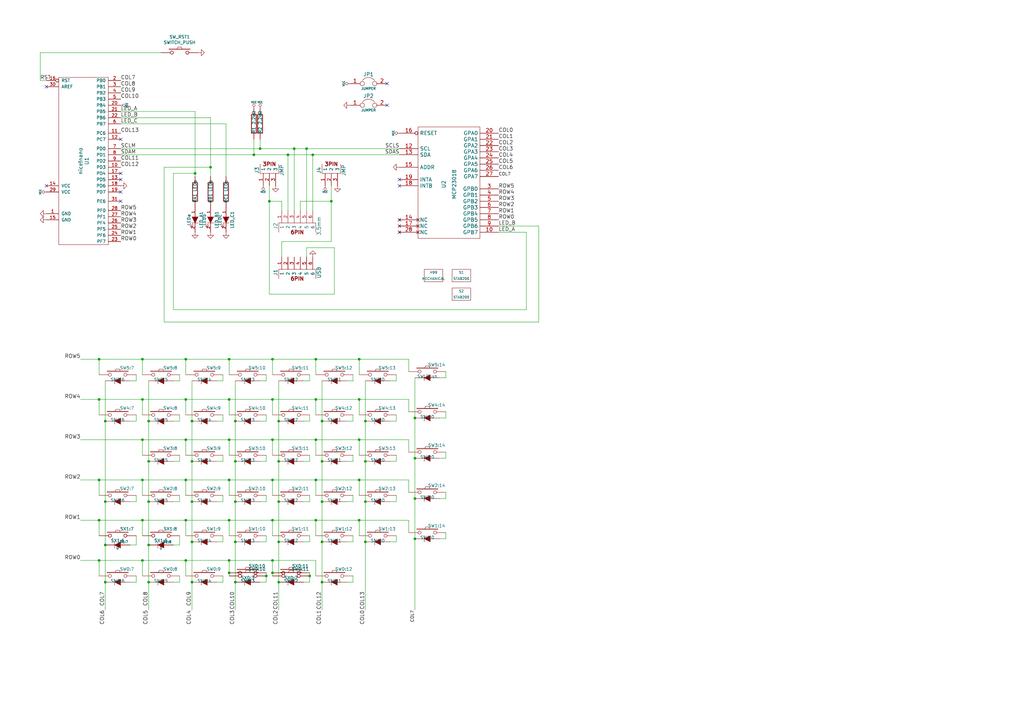
<source format=kicad_sch>
(kicad_sch (version 20211123) (generator eeschema)
  (paper "A3")
  (title_block (date "29 sep 2012"))
  (lib_symbols
    (symbol "component:3PIN" (pin_names (offset 1.016))
      (property "Reference" "J" (at -1.27 5.08 0))
      (property "Value" "3PIN" (at -1.27 -5.08 0))
      (symbol "3PIN_0_0"
        (text "3PIN" (at -3.81 0 900) (effects (font (size 1.524 1.524) bold)))
      )
      (symbol "3PIN_0_1"
        (polyline (pts (xy -3.81 3.81) (xy 0 3.81) (xy 0 -3.81) (xy -3.81 -3.81)))
      )
      (symbol "3PIN_1_1"
        (pin input line (at 5.08 2.54 180) (length 5.08) (name "1") (number "1"))
        (pin power_in line (at 5.08 0 180) (length 5.08) (name "2") (number "2"))
        (pin output line (at 5.08 -2.54 180) (length 5.08) (name "3") (number "3"))
      )
    )
    (symbol "component:6PIN" (pin_names (offset 1.016))
      (property "Reference" "J" (at -1.27 8.89 0))
      (property "Value" "6PIN" (at -1.27 -8.89 0))
      (symbol "6PIN_0_0"
        (polyline (pts (xy -3.81 7.62) (xy 0 7.62) (xy 0 -7.62) (xy -3.81 -7.62)))
        (text "6PIN" (at -3.81 0 900) (effects (font (size 1.524 1.524) bold)))
      )
      (symbol "6PIN_1_1"
        (pin input line (at 5.08 6.35 180) (length 5.08) (name "1") (number "1"))
        (pin power_in line (at 5.08 3.81 180) (length 5.08) (name "2") (number "2"))
        (pin output line (at 5.08 1.27 180) (length 5.08) (name "3") (number "3"))
        (pin power_in line (at 5.08 -1.27 180) (length 5.08) (name "4") (number "4"))
        (pin input line (at 5.08 -3.81 180) (length 5.08) (name "5") (number "5"))
        (pin input line (at 5.08 -6.35 180) (length 5.08) (name "6") (number "6"))
      )
    )
    (symbol "component:ANYTHING" (pin_numbers hide) (pin_names (offset 1.016) hide)
      (property "Reference" "ANY" (at 0 1.27 0))
      (property "Value" "ANYTHING" (at 0 -1.27 0))
      (symbol "ANYTHING_0_1"
        (rectangle (start -3.81 2.54) (end 3.81 -2.54))
      )
      (symbol "ANYTHING_1_1"
        (pin power_in line (at 0 0 90) (length 0) hide (name "GND") (number "0"))
      )
    )
    (symbol "component:DIODE" (pin_numbers hide) (pin_names (offset 1.016) hide)
      (property "Reference" "D" (at -2.54 -1.27 0))
      (property "Value" "DIODE" (at 0 1.27 0))
      (symbol "DIODE_0_1"
        (polyline (pts (xy 1.27 1.27) (xy 1.27 -1.27)) (stroke (width 0.1524)))
        (polyline (pts (xy -1.27 1.27) (xy 1.27 0) (xy -1.27 -1.27)) (fill (type outline)))
      )
      (symbol "DIODE_1_1"
        (pin passive line (at -5.08 0 0) (length 3.81) (name "A") (number "1"))
        (pin passive line (at 5.08 0 180) (length 3.81) (name "K") (number "2"))
      )
    )
    (symbol "component:GND" (power) (pin_names (offset 0))
      (symbol "GND_0_1"
        (polyline (pts (xy 0 0) (xy 0 1.27) (xy 0 1.27)))
        (polyline (pts (xy -1.27 0) (xy 0 -1.27) (xy 1.27 0) (xy -1.27 0)))
      )
      (symbol "GND_1_1"
        (pin power_in line (at 0 1.27 270) (length 0) hide (name "GND") (number "1"))
      )
    )
    (symbol "component:JUMPER" (pin_names (offset 0.762) hide)
      (property "Reference" "JP" (at 0 3.81 0))
      (property "Value" "JUMPER" (at 0 -2.032 0))
      (symbol "JUMPER_0_1"
        (circle (center -2.54 0) (radius 0.889))
        (arc (start 2.5146 1.27) (mid 0.0078 2.5097) (end -2.4892 1.27))
        (circle (center 2.54 0) (radius 0.889))
        (pin passive line (at -7.62 0 0) (length 4.191) (name "1") (number "1"))
        (pin passive line (at 7.62 0 180) (length 4.191) (name "2") (number "2"))
      )
    )
    (symbol "component:LED" (pin_names (offset 1.016) hide)
      (property "Reference" "D" (at 0 2.54 0))
      (property "Value" "LED" (at 0 -2.54 0))
      (symbol "LED_0_1"
        (polyline (pts (xy 1.27 1.27) (xy 1.27 -1.27)))
        (polyline (pts (xy -1.27 1.27) (xy 1.27 0) (xy -1.27 -1.27)) (fill (type outline)))
        (polyline (pts (xy 1.651 -1.016) (xy 2.794 -2.032) (xy 2.667 -1.397)))
        (polyline (pts (xy 2.032 -0.635) (xy 3.175 -1.651) (xy 3.048 -1.016)))
      )
      (symbol "LED_1_1"
        (pin passive line (at -5.08 0 0) (length 3.81) (name "A") (number "1"))
        (pin passive line (at 5.08 0 180) (length 3.81) (name "K") (number "2"))
      )
    )
    (symbol "component:MCP23018" (pin_names (offset 0.762))
      (property "Reference" "U" (at -1.27 -0.635 90))
      (property "Value" "MCP23018" (at 1.27 -0.635 90))
      (symbol "MCP23018_0_1"
        (rectangle (start -12.7 22.86) (end 12.7 -22.86))
      )
      (symbol "MCP23018_1_1"
        (pin power_in line (at 0 -22.86 90) (length 0) hide (name "GND") (number "1"))
        (pin input line (at 20.32 -20.32 180) (length 7.62) (name "GPB7") (number "10"))
        (pin power_in line (at 0 22.86 270) (length 0) hide (name "VCC") (number "11"))
        (pin input line (at -20.32 13.97 0) (length 7.62) (name "SCL") (number "12"))
        (pin input line (at -20.32 11.43 0) (length 7.62) (name "SDA") (number "13"))
        (pin no_connect non_logic (at -20.32 -15.24 0) (length 7.62) (name "NC") (number "14"))
        (pin output line (at -20.32 6.35 0) (length 7.62) (name "ADDR") (number "15"))
        (pin input inverted (at -20.32 20.32 0) (length 7.62) (name "RESET") (number "16"))
        (pin no_connect non_logic (at -20.32 -17.78 0) (length 7.62) (name "NC") (number "17"))
        (pin input line (at -20.32 -1.27 0) (length 7.62) (name "INTB") (number "18"))
        (pin input line (at -20.32 1.27 0) (length 7.62) (name "INTA") (number "19"))
        (pin input line (at 20.32 20.32 180) (length 7.62) (name "GPA0") (number "20"))
        (pin input line (at 20.32 17.78 180) (length 7.62) (name "GPA1") (number "21"))
        (pin input line (at 20.32 15.24 180) (length 7.62) (name "GPA2") (number "22"))
        (pin input line (at 20.32 12.7 180) (length 7.62) (name "GPA3") (number "23"))
        (pin input line (at 20.32 10.16 180) (length 7.62) (name "GPA4") (number "24"))
        (pin input line (at 20.32 7.62 180) (length 7.62) (name "GPA5") (number "25"))
        (pin input line (at 20.32 5.08 180) (length 7.62) (name "GPA6") (number "26"))
        (pin input line (at 20.32 2.54 180) (length 7.62) (name "GPA7") (number "27"))
        (pin no_connect non_logic (at -20.32 -20.32 0) (length 7.62) (name "NC") (number "28"))
        (pin output line (at 20.32 -2.54 180) (length 7.62) (name "GPB0") (number "3"))
        (pin output line (at 20.32 -5.08 180) (length 7.62) (name "GPB1") (number "4"))
        (pin output line (at 20.32 -7.62 180) (length 7.62) (name "GPB2") (number "5"))
        (pin output line (at 20.32 -10.16 180) (length 7.62) (name "GPB3") (number "6"))
        (pin output line (at 20.32 -12.7 180) (length 7.62) (name "GPB4") (number "7"))
        (pin output line (at 20.32 -15.24 180) (length 7.62) (name "GPB5") (number "8"))
        (pin output line (at 20.32 -17.78 180) (length 7.62) (name "GPB6") (number "9"))
      )
    )
    (symbol "component:RESISTOR" (pin_numbers hide) (pin_names (offset 0))
      (property "Reference" "R" (at 0 -2.54 90))
      (property "Value" "RESISTOR" (at 0 2.54 90))
      (symbol "RESISTOR_0_1"
        (rectangle (start -1.016 3.81) (end 1.016 -3.81) (stroke (width 0.3048)))
      )
      (symbol "RESISTOR_1_1"
        (pin passive line (at 0 6.35 270) (length 2.54) (name "~") (number "1"))
        (pin passive line (at 0 -6.35 90) (length 2.54) (name "~") (number "2"))
      )
    )
    (symbol "component:SWITCH_DIODE" (pin_numbers hide) (pin_names (offset 1.016) hide)
      (property "Reference" "SW" (at 3.81 2.794 0))
      (property "Value" "SWITCH_DIODE" (at 0 -2.032 0))
      (symbol "SWITCH_DIODE_0_1"
        (rectangle (start -4.318 1.27) (end 4.318 1.524))
        (polyline (pts (xy -1.27 -1.27) (xy -1.27 -3.81)))
        (polyline (pts (xy 1.27 -1.27) (xy -1.27 -2.54) (xy 1.27 -3.81)) (fill (type outline)))
        (polyline (pts (xy -1.016 1.524) (xy -0.762 2.286) (xy 0.762 2.286) (xy 1.016 1.524)))
        (pin passive inverted (at -7.62 0 0) (length 5.08) (name "1") (number "1"))
        (pin passive inverted (at 7.62 0 180) (length 5.08) (name "2") (number "2"))
      )
      (symbol "SWITCH_DIODE_1_1"
        (pin power_in line (at 0 0 90) (length 0) hide (name "GND") (number "0"))
        (pin passive line (at 5.08 -2.54 180) (length 3.81) (name "A") (number "3"))
        (pin passive line (at -5.08 -2.54 0) (length 3.81) (name "K") (number "4"))
      )
    )
    (symbol "component:SWITCH_PUSH" (pin_numbers hide) (pin_names (offset 1.016) hide)
      (property "Reference" "SW" (at 3.81 2.794 0))
      (property "Value" "SWITCH_PUSH" (at 0 -2.032 0))
      (symbol "SWITCH_PUSH_0_1"
        (rectangle (start -4.318 1.27) (end 4.318 1.524))
        (polyline (pts (xy -1.016 1.524) (xy -0.762 2.286) (xy 0.762 2.286) (xy 1.016 1.524)))
        (pin passive inverted (at -7.62 0 0) (length 5.08) (name "1") (number "1"))
        (pin passive inverted (at 7.62 0 180) (length 5.08) (name "2") (number "2"))
      )
      (symbol "SWITCH_PUSH_1_1"
        (pin power_in line (at 0 0 90) (length 0) hide (name "GND") (number "0"))
      )
    )
    (symbol "component:TEENSY2.0" (pin_names (offset 1.016))
      (property "Reference" "U" (at 1.27 0 90))
      (property "Value" "TEENSY2.0" (at -1.27 0 90))
      (symbol "TEENSY2.0_0_1"
        (rectangle (start -10.16 34.29) (end 10.16 -34.29))
      )
      (symbol "TEENSY2.0_1_1"
        (pin power_out line (at -15.24 -21.59 0) (length 5.08) (name "GND") (number "1"))
        (pin bidirectional line (at 15.24 -2.54 180) (length 5.08) (name "PD3") (number "10"))
        (pin bidirectional line (at 15.24 11.43 180) (length 5.08) (name "PC6") (number "11"))
        (pin bidirectional line (at 15.24 8.89 180) (length 5.08) (name "PC7") (number "12"))
        (pin bidirectional line (at 15.24 -7.62 180) (length 5.08) (name "PD5") (number "13"))
        (pin power_out line (at -15.24 -10.16 0) (length 5.08) (name "VCC") (number "14"))
        (pin power_out line (at -15.24 -24.13 0) (length 5.08) (name "GND") (number "15"))
        (pin input inverted (at -15.24 33.02 0) (length 5.08) (name "RST") (number "16"))
        (pin bidirectional line (at 15.24 -5.08 180) (length 5.08) (name "PD4") (number "17"))
        (pin bidirectional line (at 15.24 -10.16 180) (length 5.08) (name "PD6") (number "18"))
        (pin bidirectional line (at 15.24 -12.7 180) (length 5.08) (name "PD7") (number "19"))
        (pin bidirectional line (at 15.24 33.02 180) (length 5.08) (name "PB0") (number "2"))
        (pin bidirectional line (at 15.24 22.86 180) (length 5.08) (name "PB4") (number "20"))
        (pin bidirectional line (at 15.24 20.32 180) (length 5.08) (name "PB5") (number "21"))
        (pin bidirectional line (at 15.24 17.78 180) (length 5.08) (name "PB6") (number "22"))
        (pin bidirectional line (at 15.24 -33.02 180) (length 5.08) (name "PF7") (number "23"))
        (pin bidirectional line (at 15.24 -30.48 180) (length 5.08) (name "PF6") (number "24"))
        (pin bidirectional line (at 15.24 -27.94 180) (length 5.08) (name "PF5") (number "25"))
        (pin bidirectional line (at 15.24 -25.4 180) (length 5.08) (name "PF4") (number "26"))
        (pin bidirectional line (at 15.24 -22.86 180) (length 5.08) (name "PF1") (number "27"))
        (pin bidirectional line (at 15.24 -20.32 180) (length 5.08) (name "PF0") (number "28"))
        (pin power_out line (at -15.24 -12.7 0) (length 5.08) (name "VCC") (number "29"))
        (pin bidirectional line (at 15.24 30.48 180) (length 5.08) (name "PB1") (number "3"))
        (pin input line (at -15.24 30.48 0) (length 5.08) (name "AREF") (number "30"))
        (pin bidirectional line (at 15.24 -16.51 180) (length 5.08) (name "PE6") (number "31"))
        (pin bidirectional line (at 15.24 27.94 180) (length 5.08) (name "PB2") (number "4"))
        (pin bidirectional line (at 15.24 25.4 180) (length 5.08) (name "PB3") (number "5"))
        (pin bidirectional line (at 15.24 15.24 180) (length 5.08) (name "PB7") (number "6"))
        (pin bidirectional line (at 15.24 5.08 180) (length 5.08) (name "PD0") (number "7"))
        (pin bidirectional line (at 15.24 2.54 180) (length 5.08) (name "PD1") (number "8"))
        (pin bidirectional line (at 15.24 0 180) (length 5.08) (name "PD2") (number "9"))
      )
    )
    (symbol "component:VCC" (power) (pin_names (offset 0))
      (property "Value" "VCC" (at 0 2.54 0))
      (symbol "VCC_0_0"
        (pin power_in line (at 0 0 90) (length 0) hide (name "VCC") (number "1"))
      )
      (symbol "VCC_0_1"
        (polyline (pts (xy 0 0) (xy 0 0.762) (xy 0 0.762)))
        (circle (center 0 1.27) (radius 0.508))
      )
    )
  )
  (junction (at 170.18 171.45))
  (junction (at 58.42 213.36))
  (junction (at 129.54 163.83))
  (junction (at 93.98 213.36))
  (junction (at 147.32 180.34))
  (junction (at 96.52 172.72))
  (junction (at 125.73 60.96))
  (junction (at 96.52 189.23))
  (junction (at 132.08 189.23))
  (junction (at 93.98 229.87))
  (junction (at 129.54 180.34))
  (junction (at 60.96 205.74))
  (junction (at 135.89 82.55))
  (junction (at 106.68 60.96))
  (junction (at 149.86 189.23))
  (junction (at 93.98 196.85))
  (junction (at 114.3 189.23))
  (junction (at 58.42 147.32))
  (junction (at 78.74 172.72))
  (junction (at 149.86 172.72))
  (junction (at 58.42 196.85))
  (junction (at 93.98 180.34))
  (junction (at 132.08 205.74))
  (junction (at 132.08 222.25))
  (junction (at 40.64 196.85))
  (junction (at 40.64 163.83))
  (junction (at 96.52 205.74))
  (junction (at 118.11 63.5))
  (junction (at 60.96 172.72))
  (junction (at 147.32 163.83))
  (junction (at 129.54 147.32))
  (junction (at 149.86 222.25))
  (junction (at 114.3 205.74))
  (junction (at 60.96 223.52))
  (junction (at 78.74 222.25))
  (junction (at 80.01 71.12))
  (junction (at 132.08 238.76))
  (junction (at 111.76 163.83))
  (junction (at 40.64 213.36))
  (junction (at 93.98 147.32))
  (junction (at 93.98 234.95))
  (junction (at 78.74 189.23))
  (junction (at 114.3 238.76))
  (junction (at 129.54 196.85))
  (junction (at 111.76 213.36))
  (junction (at 109.22 236.22))
  (junction (at 111.76 180.34))
  (junction (at 96.52 238.76))
  (junction (at 96.52 222.25))
  (junction (at 76.2 147.32))
  (junction (at 43.18 238.76))
  (junction (at 78.74 238.76))
  (junction (at 149.86 205.74))
  (junction (at 170.18 220.98))
  (junction (at 58.42 163.83))
  (junction (at 58.42 229.87))
  (junction (at 111.76 229.87))
  (junction (at 76.2 196.85))
  (junction (at 114.3 172.72))
  (junction (at 114.3 222.25))
  (junction (at 43.18 223.52))
  (junction (at 111.76 234.95))
  (junction (at 129.54 213.36))
  (junction (at 78.74 205.74))
  (junction (at 60.96 238.76))
  (junction (at 127 236.22))
  (junction (at 43.18 172.72))
  (junction (at 111.76 147.32))
  (junction (at 86.36 68.58))
  (junction (at 93.98 163.83))
  (junction (at 76.2 213.36))
  (junction (at 76.2 180.34))
  (junction (at 147.32 147.32))
  (junction (at 170.18 187.96))
  (junction (at 43.18 205.74))
  (junction (at 111.76 196.85))
  (junction (at 147.32 213.36))
  (junction (at 58.42 180.34))
  (junction (at 40.64 147.32))
  (junction (at 40.64 229.87))
  (junction (at 170.18 204.47))
  (junction (at 60.96 189.23))
  (junction (at 120.65 60.96))
  (junction (at 128.27 63.5))
  (junction (at 76.2 229.87))
  (junction (at 104.14 63.5))
  (junction (at 147.32 196.85))
  (junction (at 76.2 163.83))
  (junction (at 132.08 172.72))
  (junction (at 110.49 82.55))
  (no_connect (at 49.53 73.66))
  (no_connect (at 49.53 57.15))
  (no_connect (at 163.83 95.25))
  (no_connect (at 163.83 92.71))
  (no_connect (at 49.53 82.55))
  (no_connect (at 163.83 73.66))
  (no_connect (at 49.53 71.12))
  (no_connect (at 19.05 35.56))
  (no_connect (at 163.83 76.2))
  (no_connect (at 49.53 78.74))
  (no_connect (at 158.75 34.29))
  (no_connect (at 19.05 76.2))
  (no_connect (at 158.75 43.18))
  (no_connect (at 163.83 90.17))
  (wire (pts (xy 67.31 68.58) (xy 86.36 68.58)))
  (wire (pts (xy 129.54 180.34) (xy 147.32 180.34)))
  (wire (pts (xy 120.65 86.36) (xy 120.65 60.96)))
  (wire (pts (xy 114.3 205.74) (xy 114.3 222.25)))
  (wire (pts (xy 160.02 205.74) (xy 162.56 205.74)))
  (wire (pts (xy 147.32 180.34) (xy 147.32 186.69)))
  (wire (pts (xy 60.96 172.72) (xy 60.96 189.23)))
  (wire (pts (xy 93.98 163.83) (xy 93.98 170.18)))
  (wire (pts (xy 76.2 213.36) (xy 93.98 213.36)))
  (wire (pts (xy 180.34 154.94) (xy 182.88 154.94)))
  (wire (pts (xy 111.76 229.87) (xy 111.76 234.95)))
  (wire (pts (xy 73.66 156.21) (xy 73.66 153.67)))
  (wire (pts (xy 92.71 50.8) (xy 92.71 72.39)))
  (wire (pts (xy 111.76 196.85) (xy 129.54 196.85)))
  (wire (pts (xy 53.34 172.72) (xy 55.88 172.72)))
  (wire (pts (xy 71.12 71.12) (xy 80.01 71.12)))
  (wire (pts (xy 149.86 156.21) (xy 149.86 172.72)))
  (wire (pts (xy 114.3 156.21) (xy 114.3 172.72)))
  (wire (pts (xy 76.2 147.32) (xy 93.98 147.32)))
  (wire (pts (xy 33.02 163.83) (xy 40.64 163.83)))
  (wire (pts (xy 76.2 163.83) (xy 76.2 170.18)))
  (wire (pts (xy 71.12 172.72) (xy 73.66 172.72)))
  (wire (pts (xy 111.76 163.83) (xy 111.76 170.18)))
  (wire (pts (xy 73.66 205.74) (xy 73.66 203.2)))
  (wire (pts (xy 129.54 196.85) (xy 147.32 196.85)))
  (wire (pts (xy 93.98 163.83) (xy 111.76 163.83)))
  (wire (pts (xy 73.66 223.52) (xy 71.12 223.52)))
  (wire (pts (xy 93.98 234.95) (xy 93.98 236.22)))
  (wire (pts (xy 118.11 63.5) (xy 118.11 86.36)))
  (wire (pts (xy 109.22 156.21) (xy 109.22 153.67)))
  (wire (pts (xy 124.46 172.72) (xy 127 172.72)))
  (wire (pts (xy 149.86 222.25) (xy 149.86 250.19)))
  (wire (pts (xy 111.76 163.83) (xy 129.54 163.83)))
  (wire (pts (xy 60.96 189.23) (xy 60.96 205.74)))
  (wire (pts (xy 43.18 172.72) (xy 43.18 205.74)))
  (wire (pts (xy 86.36 48.26) (xy 86.36 68.58)))
  (wire (pts (xy 144.78 156.21) (xy 144.78 153.67)))
  (wire (pts (xy 60.96 238.76) (xy 60.96 250.19)))
  (wire (pts (xy 129.54 196.85) (xy 129.54 203.2)))
  (wire (pts (xy 106.68 57.15) (xy 106.68 60.96)))
  (wire (pts (xy 88.9 156.21) (xy 91.44 156.21)))
  (wire (pts (xy 80.01 71.12) (xy 80.01 72.39)))
  (wire (pts (xy 104.14 57.15) (xy 104.14 63.5)))
  (wire (pts (xy 170.18 204.47) (xy 170.18 220.98)))
  (wire (pts (xy 93.98 180.34) (xy 93.98 186.69)))
  (wire (pts (xy 80.01 45.72) (xy 80.01 71.12)))
  (wire (pts (xy 144.78 189.23) (xy 144.78 186.69)))
  (wire (pts (xy 73.66 189.23) (xy 73.66 186.69)))
  (wire (pts (xy 182.88 154.94) (xy 182.88 152.4)))
  (wire (pts (xy 93.98 196.85) (xy 93.98 203.2)))
  (wire (pts (xy 147.32 196.85) (xy 167.64 196.85)))
  (wire (pts (xy 149.86 172.72) (xy 149.86 189.23)))
  (wire (pts (xy 76.2 196.85) (xy 76.2 203.2)))
  (wire (pts (xy 132.08 205.74) (xy 132.08 222.25)))
  (wire (pts (xy 58.42 196.85) (xy 58.42 203.2)))
  (wire (pts (xy 160.02 172.72) (xy 162.56 172.72)))
  (wire (pts (xy 16.51 21.59) (xy 16.51 33.02)))
  (wire (pts (xy 111.76 180.34) (xy 111.76 186.69)))
  (wire (pts (xy 160.02 222.25) (xy 162.56 222.25)))
  (wire (pts (xy 132.08 156.21) (xy 132.08 172.72)))
  (wire (pts (xy 111.76 234.95) (xy 111.76 236.22)))
  (wire (pts (xy 149.86 205.74) (xy 149.86 222.25)))
  (wire (pts (xy 170.18 187.96) (xy 170.18 204.47)))
  (wire (pts (xy 76.2 163.83) (xy 93.98 163.83)))
  (wire (pts (xy 160.02 189.23) (xy 162.56 189.23)))
  (wire (pts (xy 91.44 222.25) (xy 91.44 219.71)))
  (wire (pts (xy 40.64 153.67) (xy 40.64 147.32)))
  (wire (pts (xy 93.98 213.36) (xy 93.98 219.71)))
  (wire (pts (xy 182.88 220.98) (xy 182.88 218.44)))
  (wire (pts (xy 71.12 238.76) (xy 73.66 238.76)))
  (wire (pts (xy 58.42 180.34) (xy 76.2 180.34)))
  (wire (pts (xy 120.65 60.96) (xy 125.73 60.96)))
  (wire (pts (xy 78.74 156.21) (xy 78.74 172.72)))
  (wire (pts (xy 55.88 223.52) (xy 53.34 223.52)))
  (wire (pts (xy 78.74 189.23) (xy 78.74 205.74)))
  (wire (pts (xy 115.57 82.55) (xy 110.49 82.55)))
  (wire (pts (xy 142.24 156.21) (xy 144.78 156.21)))
  (wire (pts (xy 114.3 172.72) (xy 114.3 189.23)))
  (wire (pts (xy 129.54 147.32) (xy 147.32 147.32)))
  (wire (pts (xy 162.56 189.23) (xy 162.56 186.69)))
  (wire (pts (xy 58.42 147.32) (xy 76.2 147.32)))
  (wire (pts (xy 182.88 204.47) (xy 182.88 201.93)))
  (wire (pts (xy 106.68 156.21) (xy 109.22 156.21)))
  (wire (pts (xy 170.18 154.94) (xy 170.18 171.45)))
  (wire (pts (xy 40.64 213.36) (xy 58.42 213.36)))
  (wire (pts (xy 49.53 48.26) (xy 86.36 48.26)))
  (wire (pts (xy 123.19 86.36) (xy 123.19 82.55)))
  (wire (pts (xy 142.24 172.72) (xy 144.78 172.72)))
  (wire (pts (xy 124.46 189.23) (xy 127 189.23)))
  (wire (pts (xy 96.52 189.23) (xy 96.52 205.74)))
  (wire (pts (xy 58.42 163.83) (xy 76.2 163.83)))
  (wire (pts (xy 78.74 222.25) (xy 78.74 238.76)))
  (wire (pts (xy 182.88 171.45) (xy 182.88 168.91)))
  (wire (pts (xy 93.98 147.32) (xy 93.98 153.67)))
  (wire (pts (xy 114.3 222.25) (xy 114.3 238.76)))
  (wire (pts (xy 142.24 189.23) (xy 144.78 189.23)))
  (wire (pts (xy 147.32 213.36) (xy 147.32 219.71)))
  (wire (pts (xy 106.68 205.74) (xy 109.22 205.74)))
  (wire (pts (xy 162.56 205.74) (xy 162.56 203.2)))
  (wire (pts (xy 110.49 82.55) (xy 110.49 120.65)))
  (wire (pts (xy 106.68 222.25) (xy 109.22 222.25)))
  (wire (pts (xy 96.52 222.25) (xy 96.52 238.76)))
  (wire (pts (xy 40.64 170.18) (xy 40.64 163.83)))
  (wire (pts (xy 167.64 213.36) (xy 167.64 218.44)))
  (wire (pts (xy 135.89 82.55) (xy 135.89 99.06)))
  (wire (pts (xy 129.54 213.36) (xy 147.32 213.36)))
  (wire (pts (xy 147.32 213.36) (xy 167.64 213.36)))
  (wire (pts (xy 114.3 189.23) (xy 114.3 205.74)))
  (wire (pts (xy 111.76 196.85) (xy 111.76 203.2)))
  (wire (pts (xy 144.78 172.72) (xy 144.78 170.18)))
  (wire (pts (xy 73.66 172.72) (xy 73.66 170.18)))
  (wire (pts (xy 215.9 127) (xy 71.12 127)))
  (wire (pts (xy 111.76 180.34) (xy 129.54 180.34)))
  (wire (pts (xy 55.88 156.21) (xy 55.88 153.67)))
  (wire (pts (xy 129.54 163.83) (xy 147.32 163.83)))
  (wire (pts (xy 78.74 205.74) (xy 78.74 222.25)))
  (wire (pts (xy 109.22 234.95) (xy 109.22 236.22)))
  (wire (pts (xy 147.32 147.32) (xy 147.32 153.67)))
  (wire (pts (xy 111.76 213.36) (xy 111.76 219.71)))
  (wire (pts (xy 43.18 156.21) (xy 43.18 172.72)))
  (wire (pts (xy 144.78 222.25) (xy 144.78 219.71)))
  (wire (pts (xy 58.42 163.83) (xy 58.42 170.18)))
  (wire (pts (xy 125.73 60.96) (xy 163.83 60.96)))
  (wire (pts (xy 147.32 147.32) (xy 167.64 147.32)))
  (wire (pts (xy 91.44 205.74) (xy 91.44 203.2)))
  (wire (pts (xy 124.46 222.25) (xy 127 222.25)))
  (wire (pts (xy 180.34 187.96) (xy 182.88 187.96)))
  (wire (pts (xy 60.96 205.74) (xy 60.96 223.52)))
  (wire (pts (xy 43.18 223.52) (xy 43.18 238.76)))
  (wire (pts (xy 53.34 205.74) (xy 55.88 205.74)))
  (wire (pts (xy 160.02 156.21) (xy 162.56 156.21)))
  (wire (pts (xy 76.2 229.87) (xy 93.98 229.87)))
  (wire (pts (xy 55.88 238.76) (xy 55.88 236.22)))
  (wire (pts (xy 109.22 205.74) (xy 109.22 203.2)))
  (wire (pts (xy 96.52 205.74) (xy 96.52 222.25)))
  (wire (pts (xy 127 189.23) (xy 127 186.69)))
  (wire (pts (xy 180.34 204.47) (xy 182.88 204.47)))
  (wire (pts (xy 111.76 213.36) (xy 129.54 213.36)))
  (wire (pts (xy 127 222.25) (xy 127 219.71)))
  (wire (pts (xy 93.98 196.85) (xy 111.76 196.85)))
  (wire (pts (xy 109.22 236.22) (xy 109.22 238.76)))
  (wire (pts (xy 88.9 205.74) (xy 91.44 205.74)))
  (wire (pts (xy 78.74 238.76) (xy 78.74 250.19)))
  (wire (pts (xy 110.49 120.65) (xy 137.16 120.65)))
  (wire (pts (xy 132.08 238.76) (xy 132.08 250.19)))
  (wire (pts (xy 71.12 189.23) (xy 73.66 189.23)))
  (wire (pts (xy 129.54 213.36) (xy 129.54 219.71)))
  (wire (pts (xy 109.22 189.23) (xy 109.22 186.69)))
  (wire (pts (xy 110.49 76.2) (xy 110.49 82.55)))
  (wire (pts (xy 40.64 196.85) (xy 58.42 196.85)))
  (wire (pts (xy 40.64 163.83) (xy 58.42 163.83)))
  (wire (pts (xy 132.08 172.72) (xy 132.08 189.23)))
  (wire (pts (xy 115.57 86.36) (xy 115.57 82.55)))
  (wire (pts (xy 53.34 238.76) (xy 55.88 238.76)))
  (wire (pts (xy 71.12 156.21) (xy 73.66 156.21)))
  (wire (pts (xy 142.24 205.74) (xy 144.78 205.74)))
  (wire (pts (xy 127 236.22) (xy 127 238.76)))
  (wire (pts (xy 40.64 219.71) (xy 40.64 213.36)))
  (wire (pts (xy 49.53 50.8) (xy 92.71 50.8)))
  (wire (pts (xy 58.42 180.34) (xy 58.42 186.69)))
  (wire (pts (xy 33.02 147.32) (xy 40.64 147.32)))
  (wire (pts (xy 111.76 147.32) (xy 129.54 147.32)))
  (wire (pts (xy 58.42 229.87) (xy 58.42 236.22)))
  (wire (pts (xy 106.68 60.96) (xy 120.65 60.96)))
  (wire (pts (xy 43.18 205.74) (xy 43.18 223.52)))
  (wire (pts (xy 55.88 219.71) (xy 55.88 223.52)))
  (wire (pts (xy 125.73 101.6) (xy 125.73 105.41)))
  (wire (pts (xy 76.2 180.34) (xy 93.98 180.34)))
  (wire (pts (xy 88.9 222.25) (xy 91.44 222.25)))
  (wire (pts (xy 170.18 220.98) (xy 170.18 250.19)))
  (wire (pts (xy 88.9 172.72) (xy 91.44 172.72)))
  (wire (pts (xy 53.34 156.21) (xy 55.88 156.21)))
  (wire (pts (xy 66.04 21.59) (xy 16.51 21.59)))
  (wire (pts (xy 220.98 92.71) (xy 220.98 132.08)))
  (wire (pts (xy 58.42 196.85) (xy 76.2 196.85)))
  (wire (pts (xy 60.96 156.21) (xy 60.96 172.72)))
  (wire (pts (xy 128.27 63.5) (xy 163.83 63.5)))
  (wire (pts (xy 127 156.21) (xy 127 153.67)))
  (wire (pts (xy 58.42 229.87) (xy 76.2 229.87)))
  (wire (pts (xy 132.08 189.23) (xy 132.08 205.74)))
  (wire (pts (xy 33.02 180.34) (xy 58.42 180.34)))
  (wire (pts (xy 162.56 172.72) (xy 162.56 170.18)))
  (wire (pts (xy 49.53 45.72) (xy 80.01 45.72)))
  (wire (pts (xy 127 234.95) (xy 127 236.22)))
  (wire (pts (xy 137.16 101.6) (xy 125.73 101.6)))
  (wire (pts (xy 55.88 205.74) (xy 55.88 203.2)))
  (wire (pts (xy 129.54 147.32) (xy 129.54 153.67)))
  (wire (pts (xy 76.2 180.34) (xy 76.2 186.69)))
  (wire (pts (xy 162.56 222.25) (xy 162.56 219.71)))
  (wire (pts (xy 93.98 213.36) (xy 111.76 213.36)))
  (wire (pts (xy 104.14 63.5) (xy 118.11 63.5)))
  (wire (pts (xy 58.42 213.36) (xy 76.2 213.36)))
  (wire (pts (xy 149.86 189.23) (xy 149.86 205.74)))
  (wire (pts (xy 49.53 63.5) (xy 104.14 63.5)))
  (wire (pts (xy 33.02 213.36) (xy 40.64 213.36)))
  (wire (pts (xy 40.64 147.32) (xy 58.42 147.32)))
  (wire (pts (xy 167.64 163.83) (xy 167.64 168.91)))
  (wire (pts (xy 76.2 229.87) (xy 76.2 236.22)))
  (wire (pts (xy 125.73 60.96) (xy 125.73 86.36)))
  (wire (pts (xy 142.24 238.76) (xy 144.78 238.76)))
  (wire (pts (xy 123.19 82.55) (xy 135.89 82.55)))
  (wire (pts (xy 43.18 238.76) (xy 43.18 250.19)))
  (wire (pts (xy 91.44 238.76) (xy 91.44 236.22)))
  (wire (pts (xy 204.47 95.25) (xy 215.9 95.25)))
  (wire (pts (xy 129.54 180.34) (xy 129.54 186.69)))
  (wire (pts (xy 76.2 147.32) (xy 76.2 153.67)))
  (wire (pts (xy 55.88 172.72) (xy 55.88 170.18)))
  (wire (pts (xy 127 205.74) (xy 127 203.2)))
  (wire (pts (xy 111.76 229.87) (xy 129.54 229.87)))
  (wire (pts (xy 162.56 156.21) (xy 162.56 153.67)))
  (wire (pts (xy 215.9 95.25) (xy 215.9 127)))
  (wire (pts (xy 67.31 132.08) (xy 67.31 68.58)))
  (wire (pts (xy 93.98 229.87) (xy 111.76 229.87)))
  (wire (pts (xy 115.57 99.06) (xy 115.57 105.41)))
  (wire (pts (xy 124.46 156.21) (xy 127 156.21)))
  (wire (pts (xy 147.32 180.34) (xy 167.64 180.34)))
  (wire (pts (xy 220.98 132.08) (xy 67.31 132.08)))
  (wire (pts (xy 71.12 127) (xy 71.12 71.12)))
  (wire (pts (xy 16.51 33.02) (xy 19.05 33.02)))
  (wire (pts (xy 93.98 147.32) (xy 111.76 147.32)))
  (wire (pts (xy 137.16 120.65) (xy 137.16 101.6)))
  (wire (pts (xy 167.64 196.85) (xy 167.64 201.93)))
  (wire (pts (xy 33.02 229.87) (xy 40.64 229.87)))
  (wire (pts (xy 93.98 229.87) (xy 93.98 234.95)))
  (wire (pts (xy 96.52 172.72) (xy 96.52 189.23)))
  (wire (pts (xy 109.22 238.76) (xy 106.68 238.76)))
  (wire (pts (xy 40.64 229.87) (xy 58.42 229.87)))
  (wire (pts (xy 135.89 99.06) (xy 115.57 99.06)))
  (wire (pts (xy 78.74 172.72) (xy 78.74 189.23)))
  (wire (pts (xy 91.44 189.23) (xy 88.9 189.23)))
  (wire (pts (xy 40.64 236.22) (xy 40.64 229.87)))
  (wire (pts (xy 147.32 163.83) (xy 167.64 163.83)))
  (wire (pts (xy 129.54 229.87) (xy 129.54 236.22)))
  (wire (pts (xy 91.44 186.69) (xy 91.44 189.23)))
  (wire (pts (xy 129.54 163.83) (xy 129.54 170.18)))
  (wire (pts (xy 91.44 156.21) (xy 91.44 153.67)))
  (wire (pts (xy 167.64 180.34) (xy 167.64 185.42)))
  (wire (pts (xy 91.44 172.72) (xy 91.44 170.18)))
  (wire (pts (xy 33.02 196.85) (xy 40.64 196.85)))
  (wire (pts (xy 96.52 156.21) (xy 96.52 172.72)))
  (wire (pts (xy 93.98 180.34) (xy 111.76 180.34)))
  (wire (pts (xy 109.22 222.25) (xy 109.22 219.71)))
  (wire (pts (xy 73.66 238.76) (xy 73.66 236.22)))
  (wire (pts (xy 180.34 220.98) (xy 182.88 220.98)))
  (wire (pts (xy 180.34 171.45) (xy 182.88 171.45)))
  (wire (pts (xy 127 172.72) (xy 127 170.18)))
  (wire (pts (xy 142.24 222.25) (xy 144.78 222.25)))
  (wire (pts (xy 144.78 238.76) (xy 144.78 236.22)))
  (wire (pts (xy 132.08 222.25) (xy 132.08 238.76)))
  (wire (pts (xy 135.89 76.2) (xy 135.89 82.55)))
  (wire (pts (xy 182.88 187.96) (xy 182.88 185.42)))
  (wire (pts (xy 71.12 205.74) (xy 73.66 205.74)))
  (wire (pts (xy 106.68 172.72) (xy 109.22 172.72)))
  (wire (pts (xy 111.76 147.32) (xy 111.76 153.67)))
  (wire (pts (xy 170.18 171.45) (xy 170.18 187.96)))
  (wire (pts (xy 76.2 213.36) (xy 76.2 219.71)))
  (wire (pts (xy 128.27 63.5) (xy 128.27 86.36)))
  (wire (pts (xy 60.96 223.52) (xy 60.96 238.76)))
  (wire (pts (xy 114.3 238.76) (xy 114.3 250.19)))
  (wire (pts (xy 86.36 68.58) (xy 86.36 72.39)))
  (wire (pts (xy 147.32 163.83) (xy 147.32 170.18)))
  (wire (pts (xy 58.42 219.71) (xy 58.42 213.36)))
  (wire (pts (xy 167.64 147.32) (xy 167.64 152.4)))
  (wire (pts (xy 49.53 60.96) (xy 106.68 60.96)))
  (wire (pts (xy 88.9 238.76) (xy 91.44 238.76)))
  (wire (pts (xy 109.22 172.72) (xy 109.22 170.18)))
  (wire (pts (xy 147.32 196.85) (xy 147.32 203.2)))
  (wire (pts (xy 76.2 196.85) (xy 93.98 196.85)))
  (wire (pts (xy 144.78 205.74) (xy 144.78 203.2)))
  (wire (pts (xy 96.52 238.76) (xy 96.52 250.19)))
  (wire (pts (xy 118.11 63.5) (xy 128.27 63.5)))
  (wire (pts (xy 124.46 205.74) (xy 127 205.74)))
  (wire (pts (xy 58.42 147.32) (xy 58.42 153.67)))
  (wire (pts (xy 73.66 219.71) (xy 73.66 223.52)))
  (wire (pts (xy 40.64 203.2) (xy 40.64 196.85)))
  (wire (pts (xy 204.47 92.71) (xy 220.98 92.71)))
  (wire (pts (xy 127 238.76) (xy 124.46 238.76)))
  (wire (pts (xy 106.68 189.23) (xy 109.22 189.23)))
  (label "ROW1" (at 33.02 213.36 180) (effects (font (size 1.524 1.524))))
  (label "ROW0" (at 49.53 99.06 0) (effects (font (size 1.524 1.524))))
  (label "ROW4" (at 49.53 88.9 0) (effects (font (size 1.524 1.524))))
  (label "COL2" (at 114.3 250.19 270) (effects (font (size 1.524 1.524))))
  (label "RST" (at 16.51 33.02 0) (effects (font (size 1.524 1.524))))
  (label "COL12" (at 49.53 68.58 0) (effects (font (size 1.524 1.524))))
  (label "COL2" (at 204.47 59.69 0) (effects (font (size 1.524 1.524))))
  (label "COL11" (at 114.3 242.57 270) (effects (font (size 1.524 1.524))))
  (label "ROW5" (at 33.02 147.32 180) (effects (font (size 1.524 1.524))))
  (label "LED_A" (at 49.53 45.72 0) (effects (font (size 1.524 1.524))))
  (label "COL3" (at 96.52 250.19 270) (effects (font (size 1.524 1.524))))
  (label "COL5" (at 204.47 67.31 0) (effects (font (size 1.524 1.524))))
  (label "COL1" (at 204.47 57.15 0) (effects (font (size 1.524 1.524))))
  (label "LED_B" (at 49.53 48.26 0) (effects (font (size 1.524 1.524))))
  (label "ROW0" (at 204.47 90.17 0) (effects (font (size 1.524 1.524))))
  (label "COL6" (at 204.47 69.85 0) (effects (font (size 1.524 1.524))))
  (label "COL7" (at 170.18 250.19 270))
  (label "SDAM" (at 49.53 63.5 0) (effects (font (size 1.524 1.524))))
  (label "SDAS" (at 163.83 63.5 180) (effects (font (size 1.524 1.524))))
  (label "ROW0" (at 33.02 229.87 180) (effects (font (size 1.524 1.524))))
  (label "ROW2" (at 49.53 93.98 0) (effects (font (size 1.524 1.524))))
  (label "ROW2" (at 33.02 196.85 180) (effects (font (size 1.524 1.524))))
  (label "SCLS" (at 163.83 60.96 180) (effects (font (size 1.524 1.524))))
  (label "COL10" (at 96.52 242.57 270) (effects (font (size 1.524 1.524))))
  (label "COL9" (at 78.74 242.57 270) (effects (font (size 1.524 1.524))))
  (label "COL4" (at 78.74 250.19 270) (effects (font (size 1.524 1.524))))
  (label "COL1" (at 132.08 250.19 270) (effects (font (size 1.524 1.524))))
  (label "ROW3" (at 49.53 91.44 0) (effects (font (size 1.524 1.524))))
  (label "COL13" (at 149.86 242.57 270) (effects (font (size 1.524 1.524))))
  (label "COL0" (at 149.86 250.19 270) (effects (font (size 1.524 1.524))))
  (label "COL8" (at 60.96 242.57 270) (effects (font (size 1.524 1.524))))
  (label "ROW4" (at 33.02 163.83 180) (effects (font (size 1.524 1.524))))
  (label "COL5" (at 60.96 250.19 270) (effects (font (size 1.524 1.524))))
  (label "ROW2" (at 204.47 85.09 0) (effects (font (size 1.524 1.524))))
  (label "ROW5" (at 49.53 86.36 0) (effects (font (size 1.524 1.524))))
  (label "COL4" (at 204.47 64.77 0) (effects (font (size 1.524 1.524))))
  (label "COL9" (at 49.53 38.1 0) (effects (font (size 1.524 1.524))))
  (label "COL6" (at 43.18 250.19 270) (effects (font (size 1.524 1.524))))
  (label "LED_C" (at 49.53 50.8 0) (effects (font (size 1.524 1.524))))
  (label "ROW3" (at 204.47 82.55 0) (effects (font (size 1.524 1.524))))
  (label "COL13" (at 49.53 54.61 0) (effects (font (size 1.524 1.524))))
  (label "COL7" (at 49.53 33.02 0) (effects (font (size 1.524 1.524))))
  (label "LED_A" (at 204.47 95.25 0) (effects (font (size 1.524 1.524))))
  (label "ROW5" (at 204.47 77.47 0) (effects (font (size 1.524 1.524))))
  (label "SCLM" (at 49.53 60.96 0) (effects (font (size 1.524 1.524))))
  (label "ROW1" (at 204.47 87.63 0) (effects (font (size 1.524 1.524))))
  (label "ROW3" (at 33.02 180.34 180) (effects (font (size 1.524 1.524))))
  (label "ROW4" (at 204.47 80.01 0) (effects (font (size 1.524 1.524))))
  (label "COL3" (at 204.47 62.23 0) (effects (font (size 1.524 1.524))))
  (label "COL7" (at 43.18 242.57 270) (effects (font (size 1.524 1.524))))
  (label "COL12" (at 132.08 242.57 270) (effects (font (size 1.524 1.524))))
  (label "COL10" (at 49.53 40.64 0) (effects (font (size 1.524 1.524))))
  (label "ROW1" (at 49.53 96.52 0) (effects (font (size 1.524 1.524))))
  (label "COL7" (at 204.47 72.39 0))
  (label "COL0" (at 204.47 54.61 0) (effects (font (size 1.524 1.524))))
  (label "LED_B" (at 204.47 92.71 0) (effects (font (size 1.524 1.524))))
  (label "COL8" (at 49.53 35.56 0) (effects (font (size 1.524 1.524))))
  (label "COL11" (at 49.53 66.04 0) (effects (font (size 1.524 1.524))))
  (symbol (lib_id "component:SWITCH_DIODE") (at 101.6 236.22 0) (unit 1)
    (property "Reference" "SW0:10" (at 105.41 233.426 0))
    (property "Value" "SW0:3" (at 101.6 238.252 0))
    (property "Footprint" "ErgoDOX pcb:Choc_Hotswap" (effects hide))
  )
  (symbol (lib_id "component:SWITCH_DIODE") (at 48.26 170.18 0) (unit 1)
    (property "Reference" "SW4:7" (at 52.07 167.386 0))
    (property "Value" "SW4:6" (at 48.26 172.212 0))
    (property "Footprint" "ErgoDOX pcb:Choc_Hotswap" (effects hide))
  )
  (symbol (lib_id "component:SWITCH_DIODE") (at 66.04 170.18 0) (unit 1)
    (property "Reference" "SW4:8" (at 69.85 167.386 0))
    (property "Value" "SW4:5" (at 66.04 172.212 0))
    (property "Footprint" "ErgoDOX pcb:Choc_Hotswap" (effects hide))
  )
  (symbol (lib_id "component:SWITCH_DIODE") (at 137.16 170.18 0) (unit 1)
    (property "Reference" "SW4:12" (at 140.97 167.386 0))
    (property "Value" "SW4:1" (at 137.16 172.212 0))
    (property "Footprint" "ErgoDOX pcb:Choc_Hotswap" (effects hide))
  )
  (symbol (lib_id "component:SWITCH_DIODE") (at 119.38 170.18 0) (unit 1)
    (property "Reference" "SW4:11" (at 123.19 167.386 0))
    (property "Value" "SW4:2" (at 119.38 172.212 0))
    (property "Footprint" "ErgoDOX pcb:Choc_Hotswap" (effects hide))
  )
  (symbol (lib_id "component:SWITCH_DIODE") (at 101.6 170.18 0) (unit 1)
    (property "Reference" "SW4:10" (at 105.41 167.386 0))
    (property "Value" "SW4:3" (at 101.6 172.212 0))
    (property "Footprint" "ErgoDOX pcb:Choc_Hotswap" (effects hide))
  )
  (symbol (lib_id "component:SWITCH_DIODE") (at 83.82 170.18 0) (unit 1)
    (property "Reference" "SW4:9" (at 87.63 167.386 0))
    (property "Value" "SW4:4" (at 83.82 172.212 0))
    (property "Footprint" "ErgoDOX pcb:Choc_Hotswap" (effects hide))
  )
  (symbol (lib_id "component:SWITCH_DIODE") (at 154.94 170.18 0) (unit 1)
    (property "Reference" "SW4:13" (at 158.75 167.386 0))
    (property "Value" "SW4:0" (at 154.94 172.212 0))
    (property "Footprint" "ErgoDOX pcb:Choc_Hotswap_1u+1.5u" (effects hide))
  )
  (symbol (lib_id "component:SWITCH_DIODE") (at 137.16 186.69 0) (unit 1)
    (property "Reference" "SW3:12" (at 140.97 183.896 0))
    (property "Value" "SW3:1" (at 137.16 188.722 0))
    (property "Footprint" "ErgoDOX pcb:Choc_Hotswap" (effects hide))
  )
  (symbol (lib_id "component:SWITCH_DIODE") (at 119.38 186.69 0) (unit 1)
    (property "Reference" "SW3:11" (at 123.19 183.896 0))
    (property "Value" "SW3:2" (at 119.38 188.722 0))
    (property "Footprint" "ErgoDOX pcb:Choc_Hotswap" (effects hide))
  )
  (symbol (lib_id "component:SWITCH_DIODE") (at 101.6 186.69 0) (unit 1)
    (property "Reference" "SW3:10" (at 105.41 183.896 0))
    (property "Value" "SW3:3" (at 101.6 188.722 0))
    (property "Footprint" "ErgoDOX pcb:Choc_Hotswap" (effects hide))
  )
  (symbol (lib_id "component:SWITCH_DIODE") (at 83.82 186.69 0) (unit 1)
    (property "Reference" "SW3:9" (at 87.63 183.896 0))
    (property "Value" "SW3:4" (at 83.82 188.722 0))
    (property "Footprint" "ErgoDOX pcb:Choc_Hotswap" (effects hide))
  )
  (symbol (lib_id "component:SWITCH_DIODE") (at 66.04 186.69 0) (unit 1)
    (property "Reference" "SW3:8" (at 69.85 183.896 0))
    (property "Value" "SW3:5" (at 66.04 188.722 0))
    (property "Footprint" "ErgoDOX pcb:Choc_Hotswap" (effects hide))
  )
  (symbol (lib_id "component:SWITCH_DIODE") (at 83.82 219.71 0) (unit 1)
    (property "Reference" "SW1:9" (at 87.63 216.916 0))
    (property "Value" "SW1:4" (at 83.82 221.742 0))
    (property "Footprint" "ErgoDOX pcb:Choc_Hotswap" (effects hide))
  )
  (symbol (lib_id "component:SWITCH_DIODE") (at 101.6 219.71 0) (unit 1)
    (property "Reference" "SW1:10" (at 105.41 216.916 0))
    (property "Value" "SW1:3" (at 101.6 221.742 0))
    (property "Footprint" "ErgoDOX pcb:Choc_Hotswap" (effects hide))
  )
  (symbol (lib_id "component:SWITCH_DIODE") (at 137.16 219.71 0) (unit 1)
    (property "Reference" "SW1:12" (at 140.97 216.916 0))
    (property "Value" "SW1:1" (at 137.16 221.742 0))
    (property "Footprint" "ErgoDOX pcb:Choc_Hotswap" (effects hide))
  )
  (symbol (lib_id "component:SWITCH_DIODE") (at 137.16 203.2 0) (unit 1)
    (property "Reference" "SW2:12" (at 140.97 200.406 0))
    (property "Value" "SW2:1" (at 137.16 205.232 0))
    (property "Footprint" "ErgoDOX pcb:Choc_Hotswap" (effects hide))
  )
  (symbol (lib_id "component:SWITCH_DIODE") (at 119.38 203.2 0) (unit 1)
    (property "Reference" "SW2:11" (at 123.19 200.406 0))
    (property "Value" "SW2:2" (at 119.38 205.232 0))
    (property "Footprint" "ErgoDOX pcb:Choc_Hotswap" (effects hide))
  )
  (symbol (lib_id "component:SWITCH_DIODE") (at 101.6 203.2 0) (unit 1)
    (property "Reference" "SW2:10" (at 105.41 200.406 0))
    (property "Value" "SW2:3" (at 101.6 205.232 0))
    (property "Footprint" "ErgoDOX pcb:Choc_Hotswap" (effects hide))
  )
  (symbol (lib_id "component:SWITCH_DIODE") (at 83.82 203.2 0) (unit 1)
    (property "Reference" "SW2:9" (at 87.63 200.406 0))
    (property "Value" "SW2:4" (at 83.82 205.232 0))
    (property "Footprint" "ErgoDOX pcb:Choc_Hotswap" (effects hide))
  )
  (symbol (lib_id "component:SWITCH_DIODE") (at 66.04 203.2 0) (unit 1)
    (property "Reference" "SW2:8" (at 69.85 200.406 0))
    (property "Value" "SW2:5" (at 66.04 205.232 0))
    (property "Footprint" "ErgoDOX pcb:Choc_Hotswap" (effects hide))
  )
  (symbol (lib_id "component:SWITCH_DIODE") (at 48.26 203.2 0) (unit 1)
    (property "Reference" "SW2:7" (at 52.07 200.406 0))
    (property "Value" "SW2:6" (at 48.26 205.232 0))
    (property "Footprint" "ErgoDOX pcb:Choc_Hotswap" (effects hide))
  )
  (symbol (lib_id "component:SWITCH_DIODE") (at 154.94 186.69 0) (unit 1)
    (property "Reference" "SW3:13" (at 158.75 183.896 0))
    (property "Value" "SW3:0" (at 154.94 188.722 0))
    (property "Footprint" "ErgoDOX pcb:Choc_Hotswap_1u+1.5u" (effects hide))
  )
  (symbol (lib_id "component:SWITCH_DIODE") (at 154.94 219.71 0) (unit 1)
    (property "Reference" "SW1:13" (at 158.75 216.916 0))
    (property "Value" "SW1:0" (at 154.94 221.742 0))
    (property "Footprint" "ErgoDOX pcb:Choc_Hotswap_1u+1.5u" (effects hide))
  )
  (symbol (lib_id "component:SWITCH_DIODE") (at 154.94 203.2 0) (unit 1)
    (property "Reference" "SW2:13" (at 158.75 200.406 0))
    (property "Value" "SW2:0" (at 154.94 205.232 0))
    (property "Footprint" "ErgoDOX pcb:Choc_Hotswap_1u+1.5u" (effects hide))
  )
  (symbol (lib_id "component:SWITCH_DIODE") (at 119.38 236.22 0) (unit 1)
    (property "Reference" "SW0:11" (at 123.19 233.426 0))
    (property "Value" "SW0:2" (at 119.38 238.252 0))
    (property "Footprint" "ErgoDOX pcb:Choc_Hotswap" (effects hide))
  )
  (symbol (lib_id "component:SWITCH_DIODE") (at 137.16 236.22 0) (unit 1)
    (property "Reference" "SW0:12" (at 140.97 233.426 0))
    (property "Value" "SW0:1" (at 137.16 238.252 0))
    (property "Footprint" "ErgoDOX pcb:Choc_Hotswap" (effects hide))
  )
  (symbol (lib_id "component:SWITCH_DIODE") (at 48.26 236.22 0) (unit 1)
    (property "Reference" "SW0:7" (at 52.07 233.426 0))
    (property "Value" "SW0:6" (at 48.26 238.252 0))
    (property "Footprint" "ErgoDOX pcb:Choc_Hotswap" (effects hide))
  )
  (symbol (lib_id "component:SWITCH_DIODE") (at 66.04 236.22 0) (unit 1)
    (property "Reference" "SW0:8" (at 69.85 233.426 0))
    (property "Value" "SW0:5" (at 66.04 238.252 0))
    (property "Footprint" "ErgoDOX pcb:Choc_Hotswap" (effects hide))
  )
  (symbol (lib_id "component:SWITCH_DIODE") (at 83.82 236.22 0) (unit 1)
    (property "Reference" "SW0:9" (at 87.63 233.426 0))
    (property "Value" "SW0:4" (at 83.82 238.252 0))
    (property "Footprint" "ErgoDOX pcb:Choc_Hotswap" (effects hide))
  )
  (symbol (lib_id "component:ANYTHING") (at 177.8 113.03 0) (unit 1)
    (property "Reference" "H99" (at 177.8 111.76 0) (effects (font (size 1.016 1.016))))
    (property "Value" "MECHANICAL" (at 177.8 114.3 0) (effects (font (size 1.016 1.016))))
  )
  (symbol (lib_id "component:SWITCH_DIODE") (at 119.38 219.71 0) (unit 1)
    (property "Reference" "SW1:11" (at 123.19 216.916 0))
    (property "Value" "SW1:2" (at 119.38 221.742 0))
    (property "Footprint" "ErgoDOX pcb:Choc_Hotswap" (effects hide))
  )
  (symbol (lib_id "component:GND") (at 17.78 87.63 270) (unit 1)
    (property "Reference" "#PWR01" (effects hide))
    (property "Value" "GND" (effects hide))
  )
  (symbol (lib_id "component:LED") (at 80.01 90.17 270) (unit 1)
    (property "Reference" "LED_A1" (at 82.55 90.17 0))
    (property "Value" "LEDa" (at 77.47 90.17 0))
  )
  (symbol (lib_id "component:RESISTOR") (at 80.01 78.74 0) (unit 1)
    (property "Reference" "RA1" (at 80.01 81.28 90))
    (property "Value" "LEDa" (at 80.01 76.2 90))
  )
  (symbol (lib_id "component:RESISTOR") (at 86.36 78.74 0) (unit 1)
    (property "Reference" "RB1" (at 86.36 81.28 90))
    (property "Value" "LEDb" (at 86.36 76.2 90))
  )
  (symbol (lib_id "component:LED") (at 86.36 90.17 270) (unit 1)
    (property "Reference" "LED_B1" (at 88.9 90.17 0))
    (property "Value" "LEDb" (at 83.82 90.17 0))
  )
  (symbol (lib_id "component:LED") (at 92.71 90.17 270) (unit 1)
    (property "Reference" "LED_C1" (at 95.25 90.17 0))
    (property "Value" "LEDc" (at 90.17 90.17 0))
  )
  (symbol (lib_id "component:RESISTOR") (at 92.71 78.74 0) (unit 1)
    (property "Reference" "RC1" (at 92.71 81.28 90))
    (property "Value" "LEDc" (at 92.71 76.2 90))
  )
  (symbol (lib_id "component:GND") (at 80.01 96.52 0) (unit 1)
    (property "Reference" "#PWR02" (effects hide))
    (property "Value" "GND" (effects hide))
  )
  (symbol (lib_id "component:GND") (at 86.36 96.52 0) (unit 1)
    (property "Reference" "#PWR03" (effects hide))
    (property "Value" "GND" (effects hide))
  )
  (symbol (lib_id "component:GND") (at 92.71 96.52 0) (unit 1)
    (property "Reference" "#PWR04" (effects hide))
    (property "Value" "GND" (effects hide))
  )
  (symbol (lib_id "component:MCP23018") (at 184.15 74.93 0) (unit 1)
    (property "Reference" "U2" (at 182.88 75.565 90) (effects (font (size 1.524 1.524)) (justify bottom)))
    (property "Value" "MCP23018" (at 185.42 75.565 90) (effects (font (size 1.524 1.524)) (justify top)))
  )
  (symbol (lib_id "component:VCC") (at 163.83 54.61 90) (unit 1)
    (property "Reference" "#PWR05" (effects hide))
    (property "Value" "VCC" (at 161.29 54.61 0) (effects (font (size 0.762 0.762))))
  )
  (symbol (lib_id "component:GND") (at 162.56 68.58 270) (unit 1)
    (property "Reference" "#PWR06" (effects hide))
    (property "Value" "GND" (effects hide))
  )
  (symbol (lib_id "component:RESISTOR") (at 106.68 50.8 0) (unit 1)
    (property "Reference" "R2" (at 106.68 53.34 90))
    (property "Value" "2.2kΩ" (at 106.68 48.26 90))
  )
  (symbol (lib_id "component:VCC") (at 106.68 44.45 0) (unit 1)
    (property "Reference" "#PWR07" (effects hide))
    (property "Value" "VCC" (at 106.68 41.91 0) (effects (font (size 0.762 0.762))))
  )
  (symbol (lib_id "component:RESISTOR") (at 104.14 50.8 0) (unit 1)
    (property "Reference" "R1" (at 104.14 53.34 90))
    (property "Value" "2.2kΩ" (at 104.14 48.26 90))
  )
  (symbol (lib_id "component:VCC") (at 104.14 44.45 0) (unit 1)
    (property "Reference" "#PWR08" (effects hide))
    (property "Value" "VCC" (at 104.14 41.91 0) (effects (font (size 0.762 0.762))))
  )
  (symbol (lib_id "component:6PIN") (at 121.92 91.44 90) (unit 1)
    (property "Reference" "J2" (at 113.03 92.71 0) (effects (font (size 1.524 1.524))))
    (property "Value" "3.5mm" (at 130.81 92.71 0) (effects (font (size 1.524 1.524))))
  )
  (symbol (lib_id "component:GND") (at 113.03 77.47 0) (unit 1)
    (property "Reference" "#PWR09" (effects hide))
    (property "Value" "GND" (effects hide))
  )
  (symbol (lib_id "component:GND") (at 138.43 77.47 0) (unit 1)
    (property "Reference" "#PWR010" (effects hide))
    (property "Value" "GND" (effects hide))
  )
  (symbol (lib_id "component:VCC") (at 107.95 76.2 180) (unit 1)
    (property "Reference" "#PWR011" (effects hide))
    (property "Value" "VCC" (at 107.95 78.74 0) (effects (font (size 0.762 0.762))))
  )
  (symbol (lib_id "component:VCC") (at 133.35 76.2 180) (unit 1)
    (property "Reference" "#PWR012" (effects hide))
    (property "Value" "VCC" (at 133.35 78.74 0) (effects (font (size 0.762 0.762))))
  )
  (symbol (lib_id "component:3PIN") (at 110.49 71.12 90) (mirror x) (unit 1)
    (property "Reference" "J3" (at 105.41 69.85 0) (effects (font (size 1.524 1.524))))
    (property "Value" "JMP" (at 115.57 69.85 0) (effects (font (size 1.524 1.524))))
  )
  (symbol (lib_id "component:3PIN") (at 135.89 71.12 90) (mirror x) (unit 1)
    (property "Reference" "J4" (at 130.81 69.85 0) (effects (font (size 1.524 1.524))))
    (property "Value" "JMP" (at 140.97 69.85 0) (effects (font (size 1.524 1.524))))
  )
  (symbol (lib_id "component:TEENSY2.0") (at 34.29 66.04 0) (unit 1)
    (property "Reference" "U1" (at 35.56 66.04 90) (effects (font (size 1.524 1.524))))
    (property "Value" "nice!nano" (at 33.02 66.04 90) (effects (font (size 1.524 1.524))))
    (property "Footprint" "ErgoDOX pcb:nicenano" (effects hide))
  )
  (symbol (lib_id "component:6PIN") (at 121.92 110.49 90) (unit 1)
    (property "Reference" "J1" (at 113.03 111.76 0) (effects (font (size 1.524 1.524))))
    (property "Value" "USB" (at 130.81 111.76 0) (effects (font (size 1.524 1.524))))
  )
  (symbol (lib_id "component:SWITCH_DIODE") (at 154.94 153.67 0) (unit 1)
    (property "Reference" "SW5:13" (at 158.75 150.876 0))
    (property "Value" "SW5:0" (at 154.94 155.702 0))
    (property "Footprint" "ErgoDOX pcb:Choc_Hotswap_1u+1.5u" (effects hide))
  )
  (symbol (lib_id "component:SWITCH_DIODE") (at 83.82 153.67 0) (unit 1)
    (property "Reference" "SW5:9" (at 87.63 150.876 0))
    (property "Value" "SW5:4" (at 83.82 155.702 0))
    (property "Footprint" "ErgoDOX pcb:Choc_Hotswap" (effects hide))
  )
  (symbol (lib_id "component:SWITCH_DIODE") (at 101.6 153.67 0) (unit 1)
    (property "Reference" "SW5:10" (at 105.41 150.876 0))
    (property "Value" "SW5:3" (at 101.6 155.702 0))
    (property "Footprint" "ErgoDOX pcb:Choc_Hotswap" (effects hide))
  )
  (symbol (lib_id "component:SWITCH_DIODE") (at 119.38 153.67 0) (unit 1)
    (property "Reference" "SW5:11" (at 123.19 150.876 0))
    (property "Value" "SW5:2" (at 119.38 155.702 0))
    (property "Footprint" "ErgoDOX pcb:Choc_Hotswap" (effects hide))
  )
  (symbol (lib_id "component:SWITCH_DIODE") (at 137.16 153.67 0) (unit 1)
    (property "Reference" "SW5:12" (at 140.97 150.876 0))
    (property "Value" "SW5:1" (at 137.16 155.702 0))
    (property "Footprint" "ErgoDOX pcb:Choc_Hotswap" (effects hide))
  )
  (symbol (lib_id "component:SWITCH_DIODE") (at 66.04 153.67 0) (unit 1)
    (property "Reference" "SW5:8" (at 69.85 150.876 0))
    (property "Value" "SW5:5" (at 66.04 155.702 0))
    (property "Footprint" "ErgoDOX pcb:Choc_Hotswap" (effects hide))
  )
  (symbol (lib_id "component:SWITCH_DIODE") (at 48.26 153.67 0) (unit 1)
    (property "Reference" "SW5:7" (at 52.07 150.876 0))
    (property "Value" "SW5:6" (at 48.26 155.702 0))
    (property "Footprint" "ErgoDOX pcb:Choc_Hotswap" (effects hide))
  )
  (symbol (lib_id "component:DIODE") (at 66.04 223.52 180) (unit 1)
    (property "Reference" "D1:8" (at 68.58 222.25 0) (effects (font (size 1.016 1.016))))
    (property "Value" "D" (at 66.04 224.79 0) (effects (font (size 1.016 1.016))))
  )
  (symbol (lib_id "component:DIODE") (at 48.26 223.52 180) (unit 1)
    (property "Reference" "D1:7" (at 50.8 222.25 0) (effects (font (size 1.016 1.016))))
    (property "Value" "D" (at 48.26 224.79 0) (effects (font (size 1.016 1.016))))
  )
  (symbol (lib_id "component:SWITCH_PUSH") (at 66.04 219.71 0) (unit 1)
    (property "Reference" "SX1:8" (at 69.85 216.916 0))
    (property "Value" "SX1:5" (at 66.04 221.742 0))
  )
  (symbol (lib_id "component:SWITCH_PUSH") (at 48.26 219.71 0) (unit 1)
    (property "Reference" "SX1:7" (at 52.07 216.916 0))
    (property "Value" "SX1:6" (at 48.26 221.742 0))
  )
  (symbol (lib_id "component:SWITCH_PUSH") (at 101.6 234.95 0) (unit 1)
    (property "Reference" "SX0:10" (at 105.41 232.156 0))
    (property "Value" "SX0:3" (at 101.6 236.982 0))
  )
  (symbol (lib_id "component:SWITCH_PUSH") (at 119.38 234.95 0) (unit 1)
    (property "Reference" "SX0:11" (at 123.19 232.156 0))
    (property "Value" "SX0:2" (at 119.38 236.982 0))
  )
  (symbol (lib_id "component:GND") (at 128.27 104.14 180) (unit 1)
    (property "Reference" "#PWR013" (effects hide))
    (property "Value" "GND" (effects hide))
  )
  (symbol (lib_id "component:GND") (at 17.78 90.17 270) (unit 1)
    (property "Reference" "#PWR014" (effects hide))
    (property "Value" "GND" (effects hide))
  )
  (symbol (lib_id "component:JUMPER") (at 151.13 43.18 0) (unit 1)
    (property "Reference" "JP2" (at 151.13 39.37 0) (effects (font (size 1.524 1.524))))
    (property "Value" "JUMPER" (at 151.13 45.212 0) (effects (font (size 1.016 1.016))))
  )
  (symbol (lib_id "component:JUMPER") (at 151.13 34.29 0) (unit 1)
    (property "Reference" "JP1" (at 151.13 30.48 0) (effects (font (size 1.524 1.524))))
    (property "Value" "JUMPER" (at 151.13 36.322 0) (effects (font (size 1.016 1.016))))
  )
  (symbol (lib_id "component:VCC") (at 143.51 34.29 90) (unit 1)
    (property "Reference" "#PWR015" (effects hide))
    (property "Value" "VCC" (at 140.97 34.29 0) (effects (font (size 0.762 0.762))))
  )
  (symbol (lib_id "component:VCC") (at 49.53 43.18 270) (unit 1)
    (property "Reference" "#PWR016" (effects hide))
    (property "Value" "VCC" (at 52.07 43.18 0) (effects (font (size 0.762 0.762))))
  )
  (symbol (lib_id "component:GND") (at 142.24 43.18 270) (unit 1)
    (property "Reference" "#PWR017" (effects hide))
    (property "Value" "GND" (effects hide))
  )
  (symbol (lib_id "component:GND") (at 50.8 76.2 90) (unit 1)
    (property "Reference" "#PWR018" (effects hide))
    (property "Value" "GND" (effects hide))
  )
  (symbol (lib_id "component:ANYTHING") (at 189.23 113.03 0) (unit 1)
    (property "Reference" "S1" (at 189.23 111.76 0) (effects (font (size 1.016 1.016))))
    (property "Value" "STAB200" (at 189.23 114.3 0) (effects (font (size 1.016 1.016))))
  )
  (symbol (lib_id "component:ANYTHING") (at 189.23 120.65 0) (unit 1)
    (property "Reference" "S2" (at 189.23 119.38 0) (effects (font (size 1.016 1.016))))
    (property "Value" "STAB200" (at 189.23 121.92 0) (effects (font (size 1.016 1.016))))
  )
  (symbol (lib_id "component:VCC") (at 19.05 78.74 90) (unit 1)
    (property "Reference" "#PWR019" (effects hide))
    (property "Value" "VCC" (at 16.51 78.74 0) (effects (font (size 0.762 0.762))))
  )
  (symbol (lib_id "component:SWITCH_PUSH") (at 73.66 21.59 0) (unit 1)
    (property "Reference" "SW_RST1" (at 73.66 15.113 0))
    (property "Value" "SWITCH_PUSH" (at 73.66 17.4244 0))
    (property "Footprint" "Buttons_Switches_SMD:SW_SPST_B3U-1000P" (effects hide))
  )
  (symbol (lib_id "component:GND") (at 82.55 21.59 90) (unit 1)
    (property "Reference" "#PWR020" (effects hide))
    (property "Value" "GND" (effects hide))
  )
  (symbol (lib_id "component:SWITCH_DIODE") (at 175.26 201.93 0) (unit 1)
    (property "Reference" "SW2:14" (at 179.07 199.136 0))
    (property "Value" "SW2:0" (at 175.26 203.962 0))
  )
  (symbol (lib_id "component:SWITCH_DIODE") (at 175.26 168.91 0) (unit 1)
    (property "Reference" "SW4:14" (at 179.07 166.116 0))
    (property "Value" "SW4:0" (at 175.26 170.942 0))
  )
  (symbol (lib_id "component:SWITCH_DIODE") (at 175.26 218.44 0) (unit 1)
    (property "Reference" "SW1:14" (at 179.07 215.646 0))
    (property "Value" "SW1:0" (at 175.26 220.472 0))
  )
  (symbol (lib_id "component:SWITCH_DIODE") (at 175.26 185.42 0) (unit 1)
    (property "Reference" "SW3:14" (at 179.07 182.626 0))
    (property "Value" "SW3:0" (at 175.26 187.452 0))
  )
  (symbol (lib_id "component:SWITCH_DIODE") (at 175.26 152.4 0) (unit 1)
    (property "Reference" "SW5:14" (at 179.07 149.606 0))
    (property "Value" "SW_Push" (at 175.26 154.432 0))
    (property "Footprint" "ErgoDOX pcb:Choc_Hotswap" (effects hide))
  )
)
</source>
